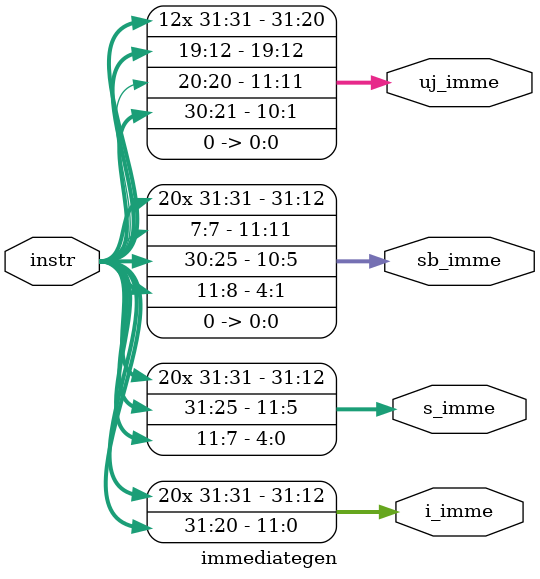
<source format=v>
module immediategen (
    input wire [31:0]instr,
    output reg [31:0] i_imme,
    output reg [31:0] s_imme,
    output reg [31:0] sb_imme,
    output reg [31:0] uj_imme
);

    always @(*) begin

            i_imme = {{20{instr[31]}}, instr[31:20]};
            s_imme = {{20{instr[31]}}, instr[31:25], instr[11:7]};
           sb_imme = {{19{instr[31]}},instr[31],instr[7],instr[30:25],instr[11:8],1'b0};
           uj_imme = {{11{instr[31]}},instr[31],instr[19:12],instr[20],instr[30:21],1'b0};
    end
endmodule
</source>
